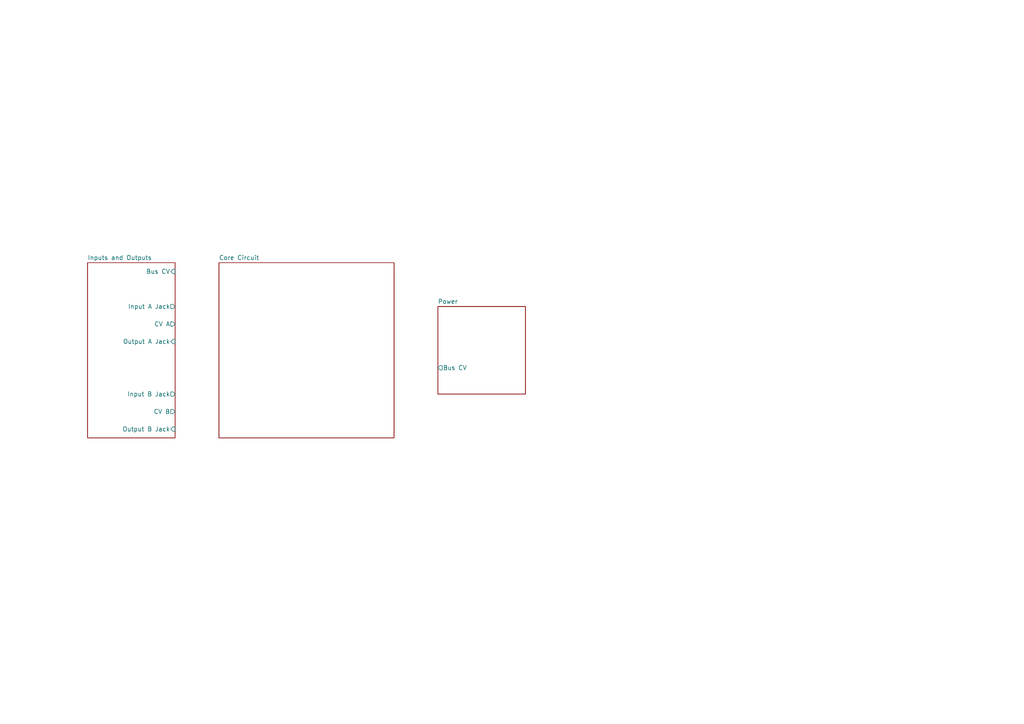
<source format=kicad_sch>
(kicad_sch
	(version 20250114)
	(generator "eeschema")
	(generator_version "9.0")
	(uuid "58f4306d-5387-4983-bb08-41a2313fd315")
	(paper "A4")
	(title_block
		(rev "1")
		(company "DMH Instruments")
		(comment 1 "PCB for 5 cm Kosmo format synthesizer module")
	)
	(lib_symbols)
	(sheet
		(at 127 88.9)
		(size 25.4 25.4)
		(exclude_from_sim no)
		(in_bom yes)
		(on_board yes)
		(dnp no)
		(fields_autoplaced yes)
		(stroke
			(width 0.1524)
			(type solid)
		)
		(fill
			(color 0 0 0 0.0000)
		)
		(uuid "0cdf34b2-39cd-4d9e-981a-97cd34791509")
		(property "Sheetname" "Power"
			(at 127 88.1884 0)
			(effects
				(font
					(size 1.27 1.27)
				)
				(justify left bottom)
			)
		)
		(property "Sheetfile" "Power.kicad_sch"
			(at 127 114.8846 0)
			(effects
				(font
					(size 1.27 1.27)
				)
				(justify left top)
				(hide yes)
			)
		)
		(pin "Bus CV" output
			(at 127 106.68 180)
			(uuid "0197176f-d754-4695-b74f-89d14faa0aea")
			(effects
				(font
					(size 1.27 1.27)
				)
				(justify left)
			)
		)
		(instances
			(project "DMH_Slew_PCB_1"
				(path "/58f4306d-5387-4983-bb08-41a2313fd315"
					(page "4")
				)
			)
		)
	)
	(sheet
		(at 63.5 76.2)
		(size 50.8 50.8)
		(exclude_from_sim no)
		(in_bom yes)
		(on_board yes)
		(dnp no)
		(fields_autoplaced yes)
		(stroke
			(width 0.1524)
			(type solid)
		)
		(fill
			(color 0 0 0 0.0000)
		)
		(uuid "7ad2d702-dfb7-4d49-a82d-34430dd5948f")
		(property "Sheetname" "Core Circuit"
			(at 63.5 75.4884 0)
			(effects
				(font
					(size 1.27 1.27)
				)
				(justify left bottom)
			)
		)
		(property "Sheetfile" "Core_Circuit.kicad_sch"
			(at 63.5 127.5846 0)
			(effects
				(font
					(size 1.27 1.27)
				)
				(justify left top)
				(hide yes)
			)
		)
		(instances
			(project "DMH_Slew_PCB_1"
				(path "/58f4306d-5387-4983-bb08-41a2313fd315"
					(page "3")
				)
			)
		)
	)
	(sheet
		(at 25.4 76.2)
		(size 25.4 50.8)
		(exclude_from_sim no)
		(in_bom yes)
		(on_board yes)
		(dnp no)
		(fields_autoplaced yes)
		(stroke
			(width 0.1524)
			(type solid)
		)
		(fill
			(color 0 0 0 0.0000)
		)
		(uuid "ce3fef8b-9f1d-4178-b50b-4a046c030679")
		(property "Sheetname" "Inputs and Outputs"
			(at 25.4 75.4884 0)
			(effects
				(font
					(size 1.27 1.27)
				)
				(justify left bottom)
			)
		)
		(property "Sheetfile" "Inputs_and_Outputs.kicad_sch"
			(at 25.4 127.5846 0)
			(effects
				(font
					(size 1.27 1.27)
				)
				(justify left top)
				(hide yes)
			)
		)
		(pin "Bus CV" input
			(at 50.8 78.74 0)
			(uuid "0967fc00-0fbc-4001-8287-115cfc6af3ed")
			(effects
				(font
					(size 1.27 1.27)
				)
				(justify right)
			)
		)
		(pin "CV A" output
			(at 50.8 93.98 0)
			(uuid "b7f56220-f383-4d05-af4a-0d79dcdf2405")
			(effects
				(font
					(size 1.27 1.27)
				)
				(justify right)
			)
		)
		(pin "CV B" output
			(at 50.8 119.38 0)
			(uuid "c00ce2b7-f984-479d-bab5-73c50084dc08")
			(effects
				(font
					(size 1.27 1.27)
				)
				(justify right)
			)
		)
		(pin "Input A Jack" output
			(at 50.8 88.9 0)
			(uuid "d08d8b30-eae1-4eca-b43c-abb18f9e621f")
			(effects
				(font
					(size 1.27 1.27)
				)
				(justify right)
			)
		)
		(pin "Input B Jack" output
			(at 50.8 114.3 0)
			(uuid "6c4a294e-bc65-4de9-b5ef-76cf087e2d9a")
			(effects
				(font
					(size 1.27 1.27)
				)
				(justify right)
			)
		)
		(pin "Output A Jack" input
			(at 50.8 99.06 0)
			(uuid "7a1a9c7e-3cbd-4d37-b4aa-1ec097af49ff")
			(effects
				(font
					(size 1.27 1.27)
				)
				(justify right)
			)
		)
		(pin "Output B Jack" input
			(at 50.8 124.46 0)
			(uuid "a61716f3-be38-4347-b476-a2c59b500cbf")
			(effects
				(font
					(size 1.27 1.27)
				)
				(justify right)
			)
		)
		(instances
			(project "DMH_Slew_PCB_1"
				(path "/58f4306d-5387-4983-bb08-41a2313fd315"
					(page "2")
				)
			)
		)
	)
	(sheet_instances
		(path "/"
			(page "1")
		)
	)
	(embedded_fonts no)
)

</source>
